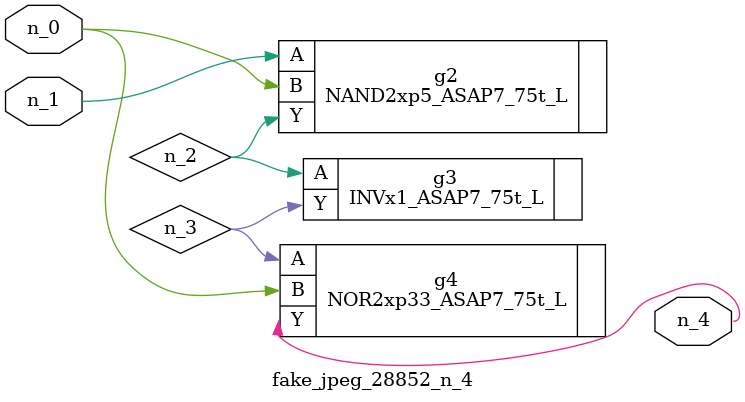
<source format=v>
module fake_jpeg_28852_n_4 (n_0, n_1, n_4);

input n_0;
input n_1;

output n_4;

wire n_2;
wire n_3;

NAND2xp5_ASAP7_75t_L g2 ( 
.A(n_1),
.B(n_0),
.Y(n_2)
);

INVx1_ASAP7_75t_L g3 ( 
.A(n_2),
.Y(n_3)
);

NOR2xp33_ASAP7_75t_L g4 ( 
.A(n_3),
.B(n_0),
.Y(n_4)
);


endmodule
</source>
